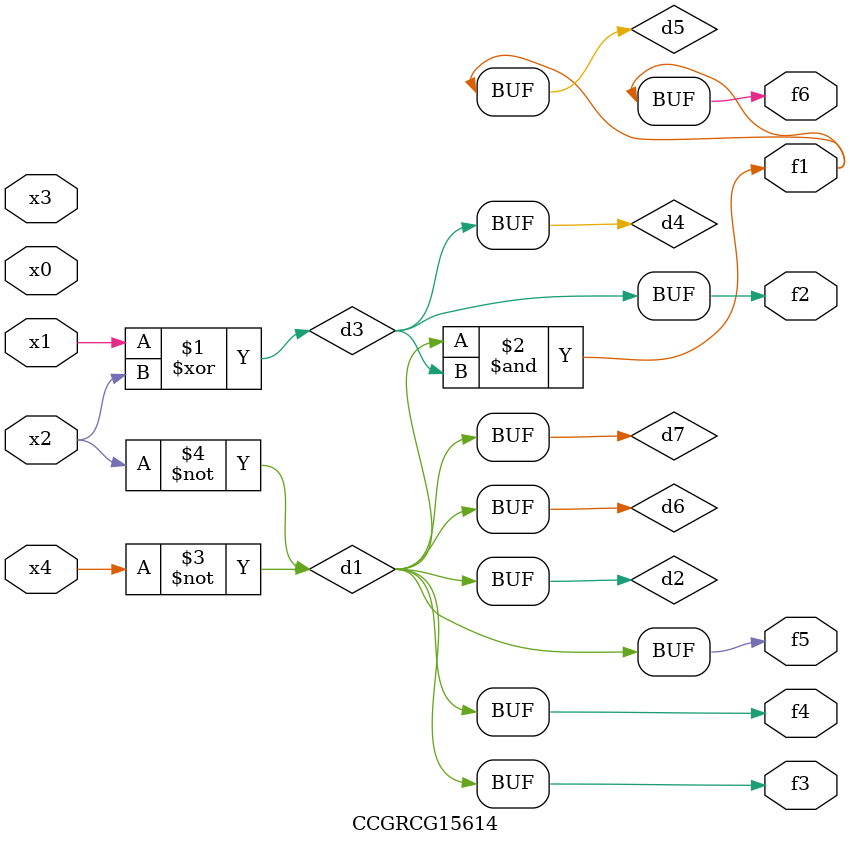
<source format=v>
module CCGRCG15614(
	input x0, x1, x2, x3, x4,
	output f1, f2, f3, f4, f5, f6
);

	wire d1, d2, d3, d4, d5, d6, d7;

	not (d1, x4);
	not (d2, x2);
	xor (d3, x1, x2);
	buf (d4, d3);
	and (d5, d1, d3);
	buf (d6, d1, d2);
	buf (d7, d2);
	assign f1 = d5;
	assign f2 = d4;
	assign f3 = d7;
	assign f4 = d7;
	assign f5 = d7;
	assign f6 = d5;
endmodule

</source>
